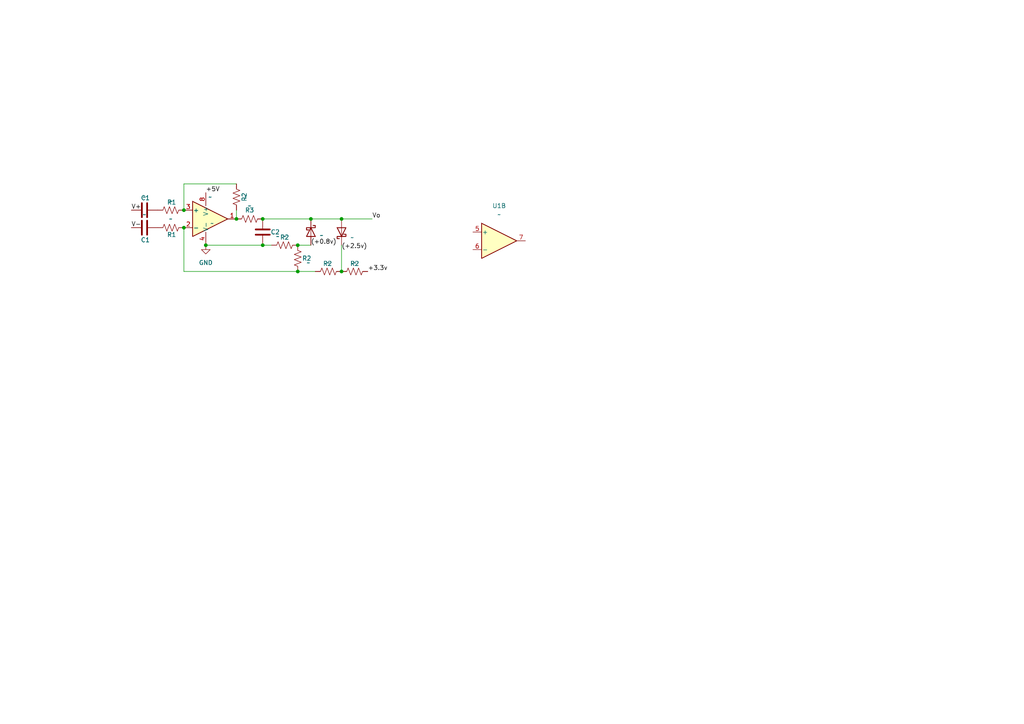
<source format=kicad_sch>
(kicad_sch (version 20231120) (generator "eeschema") (generator_version "8.0")
  (paper "A4")
  (lib_symbols
    (symbol "Amplifier_Operational:LM358" (pin_names (offset 0.127))
      (property "Reference" "U" (at 0 5.08 0))
      (property "Value" "LM358" (at 0 -5.08 0))
      (symbol "LM358_1_1"
        (polyline (pts (xy -5.08 5.08) (xy 5.08 0) (xy -5.08 -5.08) (xy -5.08 5.08)) (stroke (width 0.254)) (fill (type background)))
        (pin output line (at 7.62 0 180) (length 2.54) (name "~") (number "1"))
        (pin input line (at -7.62 -2.54 0) (length 2.54) (name "-") (number "2"))
        (pin input line (at -7.62 2.54 0) (length 2.54) (name "+") (number "3"))
      )
      (symbol "LM358_2_1"
        (polyline (pts (xy -5.08 5.08) (xy 5.08 0) (xy -5.08 -5.08) (xy -5.08 5.08)) (stroke (width 0.254)) (fill (type background)))
        (pin input line (at -7.62 2.54 0) (length 2.54) (name "+") (number "5"))
        (pin input line (at -7.62 -2.54 0) (length 2.54) (name "-") (number "6"))
        (pin output line (at 7.62 0 180) (length 2.54) (name "~") (number "7"))
      )
      (symbol "LM358_3_1"
        (pin power_in line (at -2.54 -7.62 90) (length 3.81) (name "V-") (number "4"))
        (pin power_in line (at -2.54 7.62 270) (length 3.81) (name "V+") (number "8"))
      )
    )
    (symbol "Device:C" (pin_numbers hide) (pin_names (offset 0.254))
      (property "Reference" "C" (at 0.635 2.54 0))
      (property "Value" "C" (at 0.635 -2.54 0))
      (symbol "C_0_1"
        (polyline (pts (xy -2.032 -0.762) (xy 2.032 -0.762)) (stroke (width 0.508)))
        (polyline (pts (xy -2.032 0.762) (xy 2.032 0.762)) (stroke (width 0.508)))
      )
      (symbol "C_1_1"
        (pin passive line (at 0 3.81 270) (length 2.794) (name "~") (number "1"))
        (pin passive line (at 0 -3.81 90) (length 2.794) (name "~") (number "2"))
      )
    )
    (symbol "Device:R_US" (pin_numbers hide) (pin_names (offset 0))
      (property "Reference" "R" (at 2.54 0 90))
      (property "Value" "R_US" (at -2.54 0 90))
      (symbol "R_US_0_1"
        (polyline (pts (xy 0 -2.286) (xy 0 -2.54)))
        (polyline (pts (xy 0 2.286) (xy 0 2.54)))
        (polyline (pts (xy 0 -0.762) (xy 1.016 -1.143) (xy 0 -1.524) (xy -1.016 -1.905) (xy 0 -2.286)))
        (polyline (pts (xy 0 0.762) (xy 1.016 0.381) (xy 0 0) (xy -1.016 -0.381) (xy 0 -0.762)))
        (polyline (pts (xy 0 2.286) (xy 1.016 1.905) (xy 0 1.524) (xy -1.016 1.143) (xy 0 0.762)))
      )
      (symbol "R_US_1_1"
        (pin passive line (at 0 3.81 270) (length 1.27) (name "~") (number "1"))
        (pin passive line (at 0 -3.81 90) (length 1.27) (name "~") (number "2"))
      )
    )
    (symbol "Diode:1N5817" (pin_numbers hide) (pin_names (offset 1.016) hide)
      (property "Reference" "D" (at 0 2.54 0))
      (property "Value" "1N5817" (at 0 -2.54 0))
      (symbol "1N5817_0_1"
        (polyline (pts (xy 1.27 0) (xy -1.27 0)))
        (polyline (pts (xy 1.27 1.27) (xy 1.27 -1.27) (xy -1.27 0) (xy 1.27 1.27)) (stroke (width 0.254)))
        (polyline (pts (xy -1.905 0.635) (xy -1.905 1.27) (xy -1.27 1.27) (xy -1.27 -1.27) (xy -0.635 -1.27) (xy -0.635 -0.635)) (stroke (width 0.254)))
      )
      (symbol "1N5817_1_1"
        (pin passive line (at -3.81 0 0) (length 2.54) (name "K") (number "1"))
        (pin passive line (at 3.81 0 180) (length 2.54) (name "A") (number "2"))
      )
    )
    (symbol "power:GND" (power) (pin_numbers hide) (pin_names (offset 0) hide)
      (property "Value" "GND" (at 0 -3.81 0))
      (symbol "GND_0_1"
        (polyline (pts (xy 0 0) (xy 0 -1.27) (xy 1.27 -1.27) (xy 0 -2.54) (xy -1.27 -1.27) (xy 0 -1.27)))
      )
      (symbol "GND_1_1"
        (pin power_in line (at 0 0 270) (length 0) (name "~") (number "1"))
      )
    )
  )
  (junction (at 53.34 66.04))
  (junction (at 76.2 63.5))
  (junction (at 99.06 63.5))
  (junction (at 90.17 63.5))
  (junction (at 68.58 63.5))
  (junction (at 99.06 78.74))
  (junction (at 76.2 71.12))
  (junction (at 86.36 78.74))
  (junction (at 59.69 71.12))
  (junction (at 53.34 60.96))
  (junction (at 86.36 71.12))
  (wire (pts (xy 76.2 63.5) (xy 90.17 63.5)))
  (wire (pts (xy 76.2 71.12) (xy 78.74 71.12)))
  (wire (pts (xy 59.69 71.12) (xy 76.2 71.12)))
  (wire (pts (xy 53.34 53.34) (xy 68.58 53.34)))
  (wire (pts (xy 90.17 63.5) (xy 99.06 63.5)))
  (wire (pts (xy 53.34 53.34) (xy 53.34 60.96)))
  (wire (pts (xy 90.17 71.12) (xy 86.36 71.12)))
  (wire (pts (xy 53.34 66.04) (xy 53.34 78.74)))
  (wire (pts (xy 68.58 60.96) (xy 68.58 63.5)))
  (wire (pts (xy 107.95 63.5) (xy 99.06 63.5)))
  (wire (pts (xy 53.34 78.74) (xy 86.36 78.74)))
  (wire (pts (xy 86.36 78.74) (xy 91.44 78.74)))
  (wire (pts (xy 99.06 71.12) (xy 99.06 78.74)))
  (label "V-" (at 38.1 66.04 0))
  (label "+3.3v" (at 106.68 78.74 0))
  (label "Vo" (at 107.95 63.5 0))
  (label "(+2.5v)" (at 99.06 72.39 0))
  (label "+5V" (at 59.69 55.88 0))
  (label "V+" (at 38.1 60.96 0))
  (label "(+0.8v)" (at 90.17 71.12 0))
  (symbol (lib_id "Device:R_US") (at 82.55 71.12 270) (unit 1)
    (property "Reference" "R2" (at 82.55 68.834 90))
    (property "Value" "~" (at 82.55 68.58 90))
    (property "Description" "Resistor, US symbol" (effects (hide yes)))
  )
  (symbol (lib_id "Diode:1N5817") (at 99.06 67.31 90) (unit 1)
    (property "Reference" "D1" (effects (hide yes)))
    (property "Value" "~" (at 101.6 68.8975 90) (effects (justify right)))
    (property "Footprint" "Diode_THT:D_DO-41_SOD81_P10.16mm_Horizontal" (effects (hide yes)))
    (property "Datasheet" "http://www.vishay.com/docs/88525/1n5817.pdf" (effects (hide yes)))
    (property "Description" "20V 1A Schottky Barrier Rectifier Diode, DO-41" (effects (hide yes)))
  )
  (symbol (lib_id "Device:R_US") (at 49.53 60.96 270) (unit 1)
    (property "Reference" "R1" (at 49.784 58.674 90))
    (property "Value" "~" (at 49.53 58.42 90))
    (property "Description" "Resistor, US symbol" (effects (hide yes)))
  )
  (symbol (lib_id "Amplifier_Operational:LM358") (at 144.78 69.85 0) (unit 2)
    (property "Reference" "U1" (at 144.78 59.69 0))
    (property "Value" "~" (at 144.78 62.23 0))
    (property "Datasheet" "http://www.ti.com/lit/ds/symlink/lm2904-n.pdf" (effects (hide yes)))
    (property "Description" "Low-Power, Dual Operational Amplifiers, DIP-8/SOIC-8/TO-99-8" (effects (hide yes)))
  )
  (symbol (lib_id "Device:C") (at 76.2 67.31 180) (unit 1)
    (property "Reference" "C2" (at 78.486 67.31 0) (effects (justify right)))
    (property "Value" "~" (at 80.01 68.58 0) (effects (justify right)))
    (property "Description" "Unpolarized capacitor" (effects (hide yes)))
  )
  (symbol (lib_id "Device:C") (at 41.91 66.04 270) (unit 1)
    (property "Reference" "C1" (at 42.164 69.596 90))
    (property "Value" "~" (at 41.91 62.23 90))
    (property "Description" "Unpolarized capacitor" (effects (hide yes)))
  )
  (symbol (lib_id "Device:R_US") (at 95.25 78.74 270) (unit 1)
    (property "Reference" "R2" (at 94.996 76.454 90))
    (property "Value" "~" (at 95.25 76.2 90))
    (property "Description" "Resistor, US symbol" (effects (hide yes)))
  )
  (symbol (lib_id "Diode:1N5817") (at 90.17 67.31 270) (unit 1)
    (property "Reference" "D1" (effects (hide yes)))
    (property "Value" "~" (at 92.71 68.2625 90) (effects (justify left)))
    (property "Footprint" "Diode_THT:D_DO-41_SOD81_P10.16mm_Horizontal" (effects (hide yes)))
    (property "Datasheet" "http://www.vishay.com/docs/88525/1n5817.pdf" (effects (hide yes)))
    (property "Description" "20V 1A Schottky Barrier Rectifier Diode, DO-41" (effects (hide yes)))
  )
  (symbol (lib_id "Device:R_US") (at 72.39 63.5 270) (unit 1)
    (property "Reference" "R3" (at 72.39 60.96 90))
    (property "Value" "~" (at 72.39 59.69 90))
    (property "Description" "Resistor, US symbol" (effects (hide yes)))
  )
  (symbol (lib_id "Device:R_US") (at 68.58 57.15 180) (unit 1)
    (property "Reference" "R2" (at 70.866 57.15 90))
    (property "Value" "~" (at 71.12 57.15 90))
    (property "Description" "Resistor, US symbol" (effects (hide yes)))
  )
  (symbol (lib_id "Amplifier_Operational:LM358") (at 60.96 63.5 0) (unit 1)
    (property "Reference" "U1" (effects (hide yes)))
    (property "Value" "~" (at 60.96 57.15 0))
    (property "Datasheet" "http://www.ti.com/lit/ds/symlink/lm2904-n.pdf" (effects (hide yes)))
    (property "Description" "Low-Power, Dual Operational Amplifiers, DIP-8/SOIC-8/TO-99-8" (effects (hide yes)))
  )
  (symbol (lib_id "Device:C") (at 41.91 60.96 270) (unit 1)
    (property "Reference" "C1" (at 42.164 57.404 90))
    (property "Value" "~" (at 41.91 57.15 90))
    (property "Description" "Unpolarized capacitor" (effects (hide yes)))
  )
  (symbol (lib_id "Device:R_US") (at 86.36 74.93 0) (unit 1)
    (property "Reference" "R2" (at 87.63 74.93 0) (effects (justify left)))
    (property "Value" "~" (at 88.9 76.2 0) (effects (justify left)))
    (property "Description" "Resistor, US symbol" (effects (hide yes)))
  )
  (symbol (lib_id "Device:R_US") (at 49.53 66.04 270) (unit 1)
    (property "Reference" "R1" (at 49.784 68.072 90))
    (property "Value" "~" (at 49.53 63.5 90))
    (property "Description" "Resistor, US symbol" (effects (hide yes)))
  )
  (symbol (lib_id "Amplifier_Operational:LM358") (at 62.23 63.5 0) (unit 3)
    (property "Reference" "U1" (effects (hide yes)))
    (property "Value" "~" (at 60.96 64.7699 0) (effects (justify left)))
    (property "Datasheet" "http://www.ti.com/lit/ds/symlink/lm2904-n.pdf" (effects (hide yes)))
    (property "Description" "Low-Power, Dual Operational Amplifiers, DIP-8/SOIC-8/TO-99-8" (effects (hide yes)))
  )
  (symbol (lib_id "power:GND") (at 59.69 71.12 0) (unit 1)
    (property "Reference" "#PWR03" (effects (hide yes)))
    (property "Value" "GND" (at 59.69 76.2 0))
    (property "Description" "Power symbol creates a global label with name \"GND\" , ground" (effects (hide yes)))
  )
  (symbol (lib_id "Device:R_US") (at 102.87 78.74 270) (unit 1)
    (property "Reference" "R2" (at 102.87 76.454 90))
    (property "Value" "~" (at 102.87 76.2 90))
    (property "Description" "Resistor, US symbol" (effects (hide yes)))
  )
)
</source>
